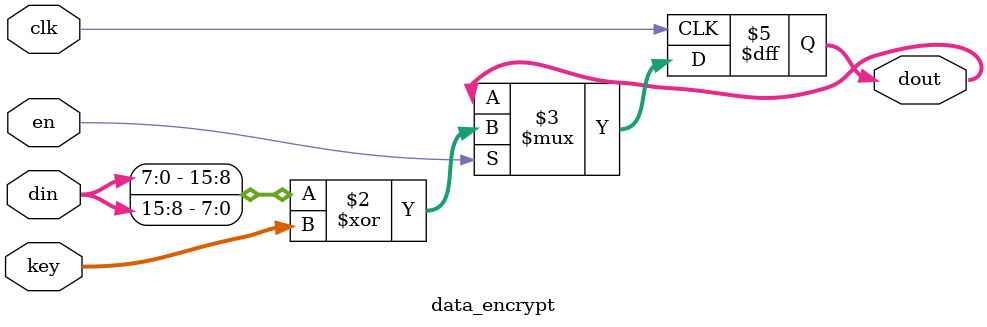
<source format=sv>
module data_encrypt #(parameter DW=16) (
    input clk, en,
    input [DW-1:0] din,
    input [DW-1:0] key,
    output reg [DW-1:0] dout
);
    always @(posedge clk) if(en) begin
        dout <= {din[7:0], din[15:8]} ^ key;
    end
endmodule

</source>
